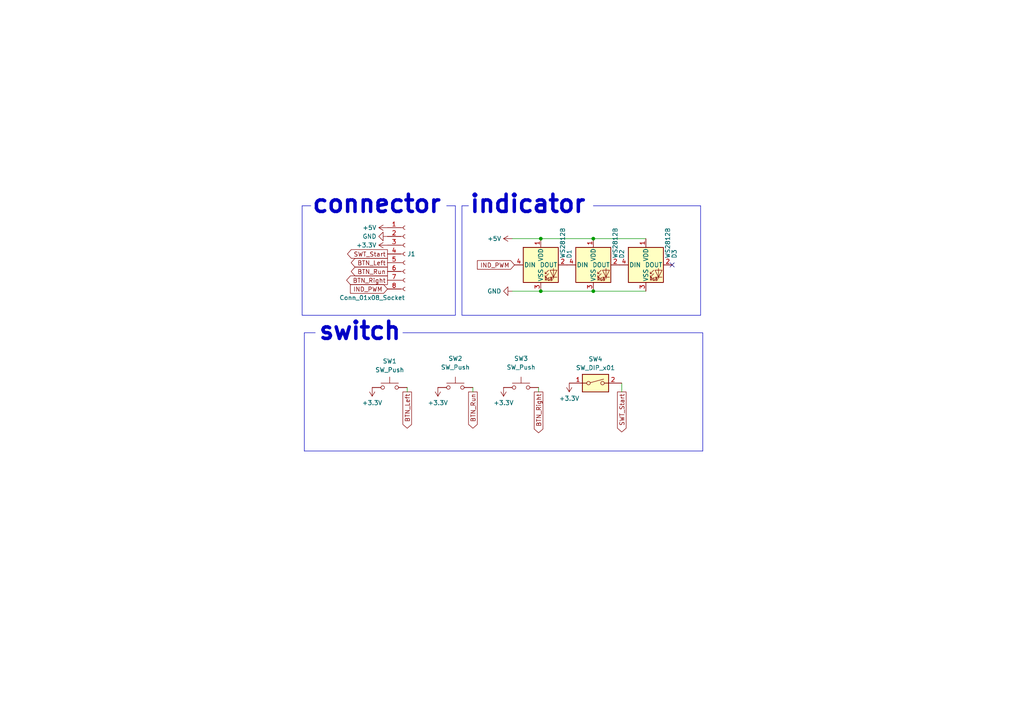
<source format=kicad_sch>
(kicad_sch (version 20230121) (generator eeschema)
  (paper "A4")
  (lib_symbols
    (symbol "Connector:Conn_01x08_Socket" (pin_names (offset 1.016) hide)
      (property "Reference" "J" (at 0 10.16 0))
      (property "Value" "Conn_01x08_Socket" (at 0 -12.7 0))
      (symbol "Conn_01x08_Socket_1_1"
        (arc (start 0 -9.652) (mid -0.5058 -10.16) (end 0 -10.668) (stroke (width 0.1524)))
        (arc (start 0 -7.112) (mid -0.5058 -7.62) (end 0 -8.128) (stroke (width 0.1524)))
        (arc (start 0 -4.572) (mid -0.5058 -5.08) (end 0 -5.588) (stroke (width 0.1524)))
        (arc (start 0 -2.032) (mid -0.5058 -2.54) (end 0 -3.048) (stroke (width 0.1524)))
        (polyline (pts (xy -1.27 -10.16) (xy -0.508 -10.16)) (stroke (width 0.1524)))
        (polyline (pts (xy -1.27 -7.62) (xy -0.508 -7.62)) (stroke (width 0.1524)))
        (polyline (pts (xy -1.27 -5.08) (xy -0.508 -5.08)) (stroke (width 0.1524)))
        (polyline (pts (xy -1.27 -2.54) (xy -0.508 -2.54)) (stroke (width 0.1524)))
        (polyline (pts (xy -1.27 0) (xy -0.508 0)) (stroke (width 0.1524)))
        (polyline (pts (xy -1.27 2.54) (xy -0.508 2.54)) (stroke (width 0.1524)))
        (polyline (pts (xy -1.27 5.08) (xy -0.508 5.08)) (stroke (width 0.1524)))
        (polyline (pts (xy -1.27 7.62) (xy -0.508 7.62)) (stroke (width 0.1524)))
        (arc (start 0 0.508) (mid -0.5058 0) (end 0 -0.508) (stroke (width 0.1524)))
        (arc (start 0 3.048) (mid -0.5058 2.54) (end 0 2.032) (stroke (width 0.1524)))
        (arc (start 0 5.588) (mid -0.5058 5.08) (end 0 4.572) (stroke (width 0.1524)))
        (arc (start 0 8.128) (mid -0.5058 7.62) (end 0 7.112) (stroke (width 0.1524)))
        (pin passive line (at -5.08 7.62 0) (length 3.81) (name "Pin_1") (number "1"))
        (pin passive line (at -5.08 5.08 0) (length 3.81) (name "Pin_2") (number "2"))
        (pin passive line (at -5.08 2.54 0) (length 3.81) (name "Pin_3") (number "3"))
        (pin passive line (at -5.08 0 0) (length 3.81) (name "Pin_4") (number "4"))
        (pin passive line (at -5.08 -2.54 0) (length 3.81) (name "Pin_5") (number "5"))
        (pin passive line (at -5.08 -5.08 0) (length 3.81) (name "Pin_6") (number "6"))
        (pin passive line (at -5.08 -7.62 0) (length 3.81) (name "Pin_7") (number "7"))
        (pin passive line (at -5.08 -10.16 0) (length 3.81) (name "Pin_8") (number "8"))
      )
    )
    (symbol "LED:WS2812B" (pin_names (offset 0.254))
      (property "Reference" "D" (at 5.08 5.715 0))
      (property "Value" "WS2812B" (at 1.27 -5.715 0))
      (symbol "WS2812B_0_0"
        (text "RGB" (at 2.286 -4.191 0) (effects (font (size 0.762 0.762))))
      )
      (symbol "WS2812B_0_1"
        (polyline (pts (xy 1.27 -3.556) (xy 1.778 -3.556)))
        (polyline (pts (xy 1.27 -2.54) (xy 1.778 -2.54)))
        (polyline (pts (xy 4.699 -3.556) (xy 2.667 -3.556)))
        (polyline (pts (xy 2.286 -2.54) (xy 1.27 -3.556) (xy 1.27 -3.048)))
        (polyline (pts (xy 2.286 -1.524) (xy 1.27 -2.54) (xy 1.27 -2.032)))
        (polyline (pts (xy 3.683 -1.016) (xy 3.683 -3.556) (xy 3.683 -4.064)))
        (polyline (pts (xy 4.699 -1.524) (xy 2.667 -1.524) (xy 3.683 -3.556) (xy 4.699 -1.524)))
        (rectangle (start 5.08 5.08) (end -5.08 -5.08) (stroke (width 0.254)) (fill (type background)))
      )
      (symbol "WS2812B_1_1"
        (pin power_in line (at 0 7.62 270) (length 2.54) (name "VDD") (number "1"))
        (pin output line (at 7.62 0 180) (length 2.54) (name "DOUT") (number "2"))
        (pin power_in line (at 0 -7.62 90) (length 2.54) (name "VSS") (number "3"))
        (pin input line (at -7.62 0 0) (length 2.54) (name "DIN") (number "4"))
      )
    )
    (symbol "Switch:SW_DIP_x01" (pin_names (offset 0) hide)
      (property "Reference" "SW" (at 0 3.81 0))
      (property "Value" "SW_DIP_x01" (at 0 -3.81 0))
      (symbol "SW_DIP_x01_0_0"
        (circle (center -2.032 0) (radius 0.508))
        (polyline (pts (xy -1.524 0.127) (xy 2.3622 1.1684)))
        (circle (center 2.032 0) (radius 0.508))
      )
      (symbol "SW_DIP_x01_0_1"
        (rectangle (start -3.81 2.54) (end 3.81 -2.54) (stroke (width 0.254)) (fill (type background)))
      )
      (symbol "SW_DIP_x01_1_1"
        (pin passive line (at -7.62 0 0) (length 5.08) (name "~") (number "1"))
        (pin passive line (at 7.62 0 180) (length 5.08) (name "~") (number "2"))
      )
    )
    (symbol "Switch:SW_Push" (pin_numbers hide) (pin_names (offset 1.016) hide)
      (property "Reference" "SW" (at 1.27 2.54 0))
      (property "Value" "SW_Push" (at 0 -1.524 0))
      (symbol "SW_Push_0_1"
        (circle (center -2.032 0) (radius 0.508))
        (polyline (pts (xy 0 1.27) (xy 0 3.048)))
        (polyline (pts (xy 2.54 1.27) (xy -2.54 1.27)))
        (circle (center 2.032 0) (radius 0.508))
        (pin passive line (at -5.08 0 0) (length 2.54) (name "1") (number "1"))
        (pin passive line (at 5.08 0 180) (length 2.54) (name "2") (number "2"))
      )
    )
    (symbol "power:+3.3V" (power) (pin_names (offset 0))
      (property "Value" "+3.3V" (at 0 3.556 0))
      (symbol "+3.3V_0_1"
        (polyline (pts (xy -0.762 1.27) (xy 0 2.54)))
        (polyline (pts (xy 0 0) (xy 0 2.54)))
        (polyline (pts (xy 0 2.54) (xy 0.762 1.27)))
      )
      (symbol "+3.3V_1_1"
        (pin power_in line (at 0 0 90) (length 0) hide (name "+3.3V") (number "1"))
      )
    )
    (symbol "power:+5V" (power) (pin_names (offset 0))
      (property "Value" "+5V" (at 0 3.556 0))
      (symbol "+5V_0_1"
        (polyline (pts (xy -0.762 1.27) (xy 0 2.54)))
        (polyline (pts (xy 0 0) (xy 0 2.54)))
        (polyline (pts (xy 0 2.54) (xy 0.762 1.27)))
      )
      (symbol "+5V_1_1"
        (pin power_in line (at 0 0 90) (length 0) hide (name "+5V") (number "1"))
      )
    )
    (symbol "power:GND" (power) (pin_names (offset 0))
      (property "Value" "GND" (at 0 -3.81 0))
      (symbol "GND_0_1"
        (polyline (pts (xy 0 0) (xy 0 -1.27) (xy 1.27 -1.27) (xy 0 -2.54) (xy -1.27 -1.27) (xy 0 -1.27)))
      )
      (symbol "GND_1_1"
        (pin power_in line (at 0 0 270) (length 0) hide (name "GND") (number "1"))
      )
    )
  )
  (junction (at 172.085 69.215))
  (junction (at 156.845 84.455))
  (junction (at 156.845 69.215))
  (junction (at 172.085 84.455))
  (no_connect (at 194.945 76.835))
  (wire (pts (xy 148.59 69.215) (xy 156.845 69.215)))
  (polyline (pts (xy 91.44 96.52) (xy 88.265 96.52)))
  (wire (pts (xy 156.845 69.215) (xy 172.085 69.215)))
  (polyline (pts (xy 118.11 96.52) (xy 203.835 96.52)))
  (polyline (pts (xy 172.085 59.69) (xy 203.2 59.69)))
  (polyline (pts (xy 133.985 59.69) (xy 133.985 91.44)))
  (polyline (pts (xy 87.63 59.69) (xy 87.63 91.44)))
  (polyline (pts (xy 203.835 130.81) (xy 203.835 96.52)))
  (wire (pts (xy 156.845 84.455) (xy 172.085 84.455)))
  (polyline (pts (xy 88.265 130.81) (xy 203.835 130.81)))
  (polyline (pts (xy 90.17 59.69) (xy 87.63 59.69)))
  (wire (pts (xy 172.085 84.455) (xy 187.325 84.455)))
  (polyline (pts (xy 133.985 91.44) (xy 203.2 91.44)))
  (wire (pts (xy 137.16 113.665) (xy 137.16 112.395)))
  (polyline (pts (xy 132.08 91.44) (xy 132.08 59.69)))
  (polyline (pts (xy 203.2 91.44) (xy 203.2 59.69)))
  (wire (pts (xy 156.21 113.665) (xy 156.21 112.395)))
  (polyline (pts (xy 129.54 59.69) (xy 132.08 59.69)))
  (wire (pts (xy 118.11 113.665) (xy 118.11 112.395)))
  (wire (pts (xy 148.59 84.455) (xy 156.845 84.455)))
  (wire (pts (xy 172.085 69.215) (xy 187.325 69.215)))
  (polyline (pts (xy 116.84 96.52) (xy 118.11 96.52)))
  (polyline (pts (xy 135.89 59.69) (xy 133.985 59.69)))
  (wire (pts (xy 180.34 113.665) (xy 180.34 111.125)))
  (polyline (pts (xy 88.265 96.52) (xy 88.265 130.81)))
  (polyline (pts (xy 87.63 91.44) (xy 132.08 91.44)))
  (text "connector" (at 90.17 62.23 0) (effects (font (size 5 5) bold) (justify left bottom)))
  (text "indicator" (at 135.89 62.23 0) (effects (font (size 5 5) (thickness 1) bold) (justify left bottom)))
  (text "switch" (at 92.075 99.06 0) (effects (font (size 5 5) bold) (justify left bottom)))
  (global_label "BTN_Left" (shape output) (at 112.395 76.2 180) (property "Intersheetrefs" "${INTERSHEET_REFS}" (effects hide)))
  (global_label "BTN_Right" (shape output) (at 156.21 113.665 270) (property "Intersheetrefs" "${INTERSHEET_REFS}" (effects hide)))
  (global_label "IND_PWM" (shape input) (at 149.225 76.835 180) (property "Intersheetrefs" "${INTERSHEET_REFS}" (effects hide)))
  (global_label "IND_PWM" (shape input) (at 112.395 83.82 180) (property "Intersheetrefs" "${INTERSHEET_REFS}" (effects hide)))
  (global_label "BTN_Left" (shape output) (at 118.11 113.665 270) (property "Intersheetrefs" "${INTERSHEET_REFS}" (effects hide)))
  (global_label "BTN_Right" (shape output) (at 112.395 81.28 180) (property "Intersheetrefs" "${INTERSHEET_REFS}" (effects hide)))
  (global_label "SWT_Start" (shape output) (at 112.395 73.66 180) (property "Intersheetrefs" "${INTERSHEET_REFS}" (effects hide)))
  (global_label "BTN_Run" (shape output) (at 112.395 78.74 180) (property "Intersheetrefs" "${INTERSHEET_REFS}" (effects hide)))
  (global_label "BTN_Run" (shape output) (at 137.16 113.665 270) (property "Intersheetrefs" "${INTERSHEET_REFS}" (effects hide)))
  (global_label "SWT_Start" (shape output) (at 180.34 113.665 270) (property "Intersheetrefs" "${INTERSHEET_REFS}" (effects hide)))
  (symbol (lib_id "power:+5V") (at 112.395 66.04 90) (unit 1)
    (property "Reference" "#PWR01" (effects hide))
    (property "Value" "+5V" (at 109.22 66.04 90) (effects (justify left)))
  )
  (symbol (lib_id "LED:WS2812B") (at 156.845 76.835 0) (unit 1)
    (property "Reference" "D1" (at 165.1 73.66 90))
    (property "Value" "WS2812B" (at 163.195 70.485 90))
    (property "Footprint" "LED_SMD:LED_WS2812B_PLCC4_5.0x5.0mm_P3.2mm" (effects hide))
    (property "Datasheet" "https://cdn-shop.adafruit.com/datasheets/WS2812B.pdf" (effects hide))
    (property "LCSC" " C2761795" (effects hide))
  )
  (symbol (lib_id "LED:WS2812B") (at 172.085 76.835 0) (unit 1)
    (property "Reference" "D2" (at 180.34 73.66 90))
    (property "Value" "WS2812B" (at 178.435 70.485 90))
    (property "Footprint" "LED_SMD:LED_WS2812B_PLCC4_5.0x5.0mm_P3.2mm" (effects hide))
    (property "Datasheet" "https://cdn-shop.adafruit.com/datasheets/WS2812B.pdf" (effects hide))
    (property "LCSC" "C2761795" (effects hide))
  )
  (symbol (lib_id "power:+3.3V") (at 146.05 112.395 180) (unit 1)
    (property "Reference" "#PWR07" (effects hide))
    (property "Value" "+3.3V" (at 146.05 116.84 0))
  )
  (symbol (lib_id "power:GND") (at 112.395 68.58 270) (unit 1)
    (property "Reference" "#PWR03" (effects hide))
    (property "Value" "GND" (at 109.22 68.58 90) (effects (justify right)))
  )
  (symbol (lib_id "Switch:SW_DIP_x01") (at 172.72 111.125 0) (unit 1)
    (property "Reference" "SW4" (at 172.72 104.14 0))
    (property "Value" "SW_DIP_x01" (at 172.72 106.68 0))
    (property "Footprint" "Connector_JST:JST_XH_B2B-XH-A_1x02_P2.50mm_Vertical" (effects hide))
  )
  (symbol (lib_id "Switch:SW_Push") (at 132.08 112.395 0) (unit 1)
    (property "Reference" "SW2" (at 132.08 103.9921 0))
    (property "Value" "SW_Push" (at 132.08 106.5321 0))
    (property "Footprint" "Button_Switch_THT:SW_PUSH-12mm_Wuerth-430476085716" (effects hide))
  )
  (symbol (lib_id "power:+5V") (at 148.59 69.215 90) (unit 1)
    (property "Reference" "#PWR05" (effects hide))
    (property "Value" "+5V" (at 145.415 69.215 90) (effects (justify left)))
  )
  (symbol (lib_id "power:+3.3V") (at 165.1 111.125 180) (unit 1)
    (property "Reference" "#PWR08" (effects hide))
    (property "Value" "+3.3V" (at 165.1 115.57 0))
  )
  (symbol (lib_id "Switch:SW_Push") (at 113.03 112.395 0) (unit 1)
    (property "Reference" "SW1" (at 113.03 104.751 0))
    (property "Value" "SW_Push" (at 113.03 107.291 0))
    (property "Footprint" "Button_Switch_THT:SW_PUSH-12mm_Wuerth-430476085716" (effects hide))
  )
  (symbol (lib_id "Connector:Conn_01x08_Socket") (at 117.475 73.66 0) (unit 1)
    (property "Reference" "J1" (at 118.11 73.66 0) (effects (justify left)))
    (property "Value" "Conn_01x08_Socket" (at 98.425 86.36 0) (effects (justify left)))
    (property "Footprint" "Connector_PinHeader_2.54mm:PinHeader_1x08_P2.54mm_Vertical" (effects hide))
  )
  (symbol (lib_id "power:GND") (at 148.59 84.455 270) (unit 1)
    (property "Reference" "#PWR09" (effects hide))
    (property "Value" "GND" (at 145.415 84.455 90) (effects (justify right)))
  )
  (symbol (lib_id "power:+3.3V") (at 127 112.395 180) (unit 1)
    (property "Reference" "#PWR06" (effects hide))
    (property "Value" "+3.3V" (at 127 116.84 0))
  )
  (symbol (lib_id "power:+3.3V") (at 107.95 112.395 180) (unit 1)
    (property "Reference" "#PWR04" (effects hide))
    (property "Value" "+3.3V" (at 107.95 116.84 0))
  )
  (symbol (lib_id "LED:WS2812B") (at 187.325 76.835 0) (unit 1)
    (property "Reference" "D3" (at 195.58 73.66 90))
    (property "Value" "WS2812B" (at 193.675 70.485 90))
    (property "Footprint" "LED_SMD:LED_WS2812B_PLCC4_5.0x5.0mm_P3.2mm" (effects hide))
    (property "Datasheet" "https://cdn-shop.adafruit.com/datasheets/WS2812B.pdf" (effects hide))
    (property "LCSC" "C2761795" (effects hide))
  )
  (symbol (lib_id "power:+3.3V") (at 112.395 71.12 90) (unit 1)
    (property "Reference" "#PWR02" (effects hide))
    (property "Value" "+3.3V" (at 109.22 71.12 90) (effects (justify left)))
  )
  (symbol (lib_id "Switch:SW_Push") (at 151.13 112.395 0) (unit 1)
    (property "Reference" "SW3" (at 151.13 103.9921 0))
    (property "Value" "SW_Push" (at 151.13 106.5321 0))
    (property "Footprint" "Button_Switch_THT:SW_PUSH-12mm_Wuerth-430476085716" (effects hide))
  )
)
</source>
